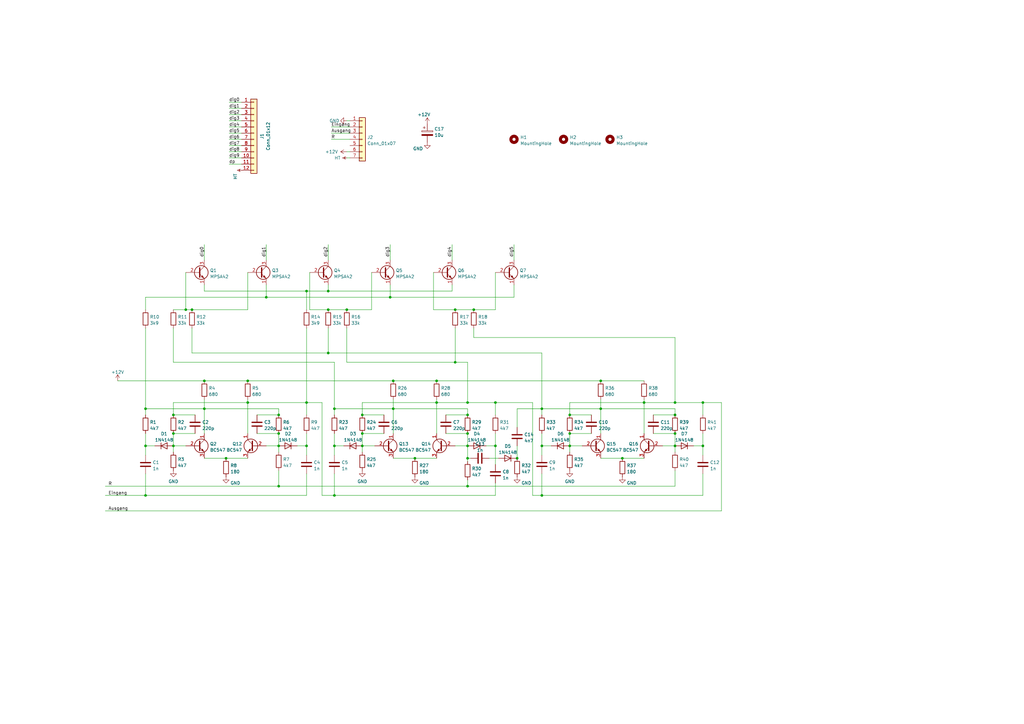
<source format=kicad_sch>
(kicad_sch (version 20211123) (generator eeschema)
  (paper "A3")
  (lib_symbols
    (symbol "Connector_Generic:Conn_01x07" (pin_names (offset 1.016) hide)
      (property "Reference" "J" (at 0 10.16 0))
      (property "Value" "Conn_01x07" (at 0 -10.16 0))
      (symbol "Conn_01x07_1_1"
        (rectangle (start -1.27 -7.493) (end 0 -7.747) (stroke (width 0.1524)))
        (rectangle (start -1.27 -4.953) (end 0 -5.207) (stroke (width 0.1524)))
        (rectangle (start -1.27 -2.413) (end 0 -2.667) (stroke (width 0.1524)))
        (rectangle (start -1.27 0.127) (end 0 -0.127) (stroke (width 0.1524)))
        (rectangle (start -1.27 2.667) (end 0 2.413) (stroke (width 0.1524)))
        (rectangle (start -1.27 5.207) (end 0 4.953) (stroke (width 0.1524)))
        (rectangle (start -1.27 7.747) (end 0 7.493) (stroke (width 0.1524)))
        (rectangle (start -1.27 8.89) (end 1.27 -8.89) (stroke (width 0.254)) (fill (type background)))
        (pin passive line (at -5.08 7.62 0) (length 3.81) (name "Pin_1") (number "1"))
        (pin passive line (at -5.08 5.08 0) (length 3.81) (name "Pin_2") (number "2"))
        (pin passive line (at -5.08 2.54 0) (length 3.81) (name "Pin_3") (number "3"))
        (pin passive line (at -5.08 0 0) (length 3.81) (name "Pin_4") (number "4"))
        (pin passive line (at -5.08 -2.54 0) (length 3.81) (name "Pin_5") (number "5"))
        (pin passive line (at -5.08 -5.08 0) (length 3.81) (name "Pin_6") (number "6"))
        (pin passive line (at -5.08 -7.62 0) (length 3.81) (name "Pin_7") (number "7"))
      )
    )
    (symbol "Connector_Generic:Conn_01x12" (pin_names (offset 1.016) hide)
      (property "Reference" "J" (at 0 15.24 0))
      (property "Value" "Conn_01x12" (at 0 -17.78 0))
      (symbol "Conn_01x12_1_1"
        (rectangle (start -1.27 -15.113) (end 0 -15.367) (stroke (width 0.1524)))
        (rectangle (start -1.27 -12.573) (end 0 -12.827) (stroke (width 0.1524)))
        (rectangle (start -1.27 -10.033) (end 0 -10.287) (stroke (width 0.1524)))
        (rectangle (start -1.27 -7.493) (end 0 -7.747) (stroke (width 0.1524)))
        (rectangle (start -1.27 -4.953) (end 0 -5.207) (stroke (width 0.1524)))
        (rectangle (start -1.27 -2.413) (end 0 -2.667) (stroke (width 0.1524)))
        (rectangle (start -1.27 0.127) (end 0 -0.127) (stroke (width 0.1524)))
        (rectangle (start -1.27 2.667) (end 0 2.413) (stroke (width 0.1524)))
        (rectangle (start -1.27 5.207) (end 0 4.953) (stroke (width 0.1524)))
        (rectangle (start -1.27 7.747) (end 0 7.493) (stroke (width 0.1524)))
        (rectangle (start -1.27 10.287) (end 0 10.033) (stroke (width 0.1524)))
        (rectangle (start -1.27 12.827) (end 0 12.573) (stroke (width 0.1524)))
        (rectangle (start -1.27 13.97) (end 1.27 -16.51) (stroke (width 0.254)) (fill (type background)))
        (pin passive line (at -5.08 12.7 0) (length 3.81) (name "Pin_1") (number "1"))
        (pin passive line (at -5.08 -10.16 0) (length 3.81) (name "Pin_10") (number "10"))
        (pin passive line (at -5.08 -12.7 0) (length 3.81) (name "Pin_11") (number "11"))
        (pin passive line (at -5.08 -15.24 0) (length 3.81) (name "Pin_12") (number "12"))
        (pin passive line (at -5.08 10.16 0) (length 3.81) (name "Pin_2") (number "2"))
        (pin passive line (at -5.08 7.62 0) (length 3.81) (name "Pin_3") (number "3"))
        (pin passive line (at -5.08 5.08 0) (length 3.81) (name "Pin_4") (number "4"))
        (pin passive line (at -5.08 2.54 0) (length 3.81) (name "Pin_5") (number "5"))
        (pin passive line (at -5.08 0 0) (length 3.81) (name "Pin_6") (number "6"))
        (pin passive line (at -5.08 -2.54 0) (length 3.81) (name "Pin_7") (number "7"))
        (pin passive line (at -5.08 -5.08 0) (length 3.81) (name "Pin_8") (number "8"))
        (pin passive line (at -5.08 -7.62 0) (length 3.81) (name "Pin_9") (number "9"))
      )
    )
    (symbol "Device:C" (pin_numbers hide) (pin_names (offset 0.254))
      (property "Reference" "C" (at 0.635 2.54 0))
      (property "Value" "C" (at 0.635 -2.54 0))
      (symbol "C_0_1"
        (polyline (pts (xy -2.032 -0.762) (xy 2.032 -0.762)) (stroke (width 0.508)))
        (polyline (pts (xy -2.032 0.762) (xy 2.032 0.762)) (stroke (width 0.508)))
      )
      (symbol "C_1_1"
        (pin passive line (at 0 3.81 270) (length 2.794) (name "~") (number "1"))
        (pin passive line (at 0 -3.81 90) (length 2.794) (name "~") (number "2"))
      )
    )
    (symbol "Device:C_Polarized" (pin_numbers hide) (pin_names (offset 0.254))
      (property "Reference" "C" (at 0.635 2.54 0))
      (property "Value" "C_Polarized" (at 0.635 -2.54 0))
      (symbol "C_Polarized_0_1"
        (rectangle (start -2.286 0.508) (end 2.286 1.016))
        (polyline (pts (xy -1.778 2.286) (xy -0.762 2.286)))
        (polyline (pts (xy -1.27 2.794) (xy -1.27 1.778)))
        (rectangle (start 2.286 -0.508) (end -2.286 -1.016) (fill (type outline)))
      )
      (symbol "C_Polarized_1_1"
        (pin passive line (at 0 3.81 270) (length 2.794) (name "~") (number "1"))
        (pin passive line (at 0 -3.81 90) (length 2.794) (name "~") (number "2"))
      )
    )
    (symbol "Device:R" (pin_numbers hide) (pin_names (offset 0))
      (property "Reference" "R" (at 2.032 0 90))
      (property "Value" "R" (at 0 0 90))
      (symbol "R_0_1"
        (rectangle (start -1.016 -2.54) (end 1.016 2.54) (stroke (width 0.254)))
      )
      (symbol "R_1_1"
        (pin passive line (at 0 3.81 270) (length 1.27) (name "~") (number "1"))
        (pin passive line (at 0 -3.81 90) (length 1.27) (name "~") (number "2"))
      )
    )
    (symbol "Diode:1N4148" (pin_numbers hide) (pin_names hide)
      (property "Reference" "D" (at 0 2.54 0))
      (property "Value" "1N4148" (at 0 -2.54 0))
      (symbol "1N4148_0_1"
        (polyline (pts (xy -1.27 1.27) (xy -1.27 -1.27)) (stroke (width 0.254)))
        (polyline (pts (xy 1.27 0) (xy -1.27 0)))
        (polyline (pts (xy 1.27 1.27) (xy 1.27 -1.27) (xy -1.27 0) (xy 1.27 1.27)) (stroke (width 0.254)))
      )
      (symbol "1N4148_1_1"
        (pin passive line (at -3.81 0 0) (length 2.54) (name "K") (number "1"))
        (pin passive line (at 3.81 0 180) (length 2.54) (name "A") (number "2"))
      )
    )
    (symbol "Mechanical:MountingHole" (pin_names (offset 1.016))
      (property "Reference" "H" (at 0 5.08 0))
      (property "Value" "MountingHole" (at 0 3.175 0))
      (symbol "MountingHole_0_1"
        (circle (center 0 0) (radius 1.27) (stroke (width 1.27)))
      )
    )
    (symbol "Transistor_BJT:BC547" (pin_names (offset 0) hide)
      (property "Reference" "Q" (at 5.08 1.905 0))
      (property "Value" "BC547" (at 5.08 0 0))
      (symbol "BC547_0_1"
        (polyline (pts (xy 0 0) (xy 0.635 0)))
        (polyline (pts (xy 0.635 0.635) (xy 2.54 2.54)))
        (polyline (pts (xy 0.635 -0.635) (xy 2.54 -2.54) (xy 2.54 -2.54)))
        (polyline (pts (xy 0.635 1.905) (xy 0.635 -1.905) (xy 0.635 -1.905)) (stroke (width 0.508)))
        (polyline (pts (xy 1.27 -1.778) (xy 1.778 -1.27) (xy 2.286 -2.286) (xy 1.27 -1.778) (xy 1.27 -1.778)) (fill (type outline)))
        (circle (center 1.27 0) (radius 2.8194) (stroke (width 0.254)))
      )
      (symbol "BC547_1_1"
        (pin passive line (at 2.54 5.08 270) (length 2.54) (name "C") (number "1"))
        (pin input line (at -5.08 0 0) (length 5.08) (name "B") (number "2"))
        (pin passive line (at 2.54 -5.08 90) (length 2.54) (name "E") (number "3"))
      )
    )
    (symbol "Transistor_BJT:MPSA42" (pin_names (offset 1.016) hide)
      (property "Reference" "Q" (at 5.08 1.905 0))
      (property "Value" "MPSA42" (at 5.08 0 0))
      (symbol "MPSA42_0_1"
        (polyline (pts (xy 0 0) (xy 0.635 0)))
        (polyline (pts (xy 0.635 0.635) (xy 2.54 2.54)))
        (polyline (pts (xy 0.635 -0.635) (xy 2.54 -2.54) (xy 2.54 -2.54)))
        (polyline (pts (xy 0.635 1.905) (xy 0.635 -1.905) (xy 0.635 -1.905)) (stroke (width 0.508)))
        (polyline (pts (xy 1.27 -1.778) (xy 1.778 -1.27) (xy 2.286 -2.286) (xy 1.27 -1.778) (xy 1.27 -1.778)) (fill (type outline)))
        (circle (center 1.27 0) (radius 2.8194) (stroke (width 0.254)))
      )
      (symbol "MPSA42_1_1"
        (pin passive line (at 2.54 -5.08 90) (length 2.54) (name "E") (number "1"))
        (pin input line (at -5.08 0 0) (length 5.08) (name "B") (number "2"))
        (pin passive line (at 2.54 5.08 270) (length 2.54) (name "C") (number "3"))
      )
    )
    (symbol "power:+12V" (power) (pin_names (offset 0))
      (property "Value" "+12V" (at 0 3.556 0))
      (symbol "+12V_0_1"
        (polyline (pts (xy -0.762 1.27) (xy 0 2.54)))
        (polyline (pts (xy 0 0) (xy 0 2.54)))
        (polyline (pts (xy 0 2.54) (xy 0.762 1.27)))
      )
      (symbol "+12V_1_1"
        (pin power_in line (at 0 0 90) (length 0) hide (name "+12V") (number "1"))
      )
    )
    (symbol "power:GND" (power) (pin_names (offset 0))
      (property "Value" "GND" (at 0 -3.81 0))
      (symbol "GND_0_1"
        (polyline (pts (xy 0 0) (xy 0 -1.27) (xy 1.27 -1.27) (xy 0 -2.54) (xy -1.27 -1.27) (xy 0 -1.27)))
      )
      (symbol "GND_1_1"
        (pin power_in line (at 0 0 270) (length 0) hide (name "GND") (number "1"))
      )
    )
    (symbol "power:HT" (power) (pin_names (offset 0))
      (property "Value" "HT" (at 0 2.286 0))
      (symbol "HT_0_0"
        (pin power_in line (at 0 0 90) (length 0) hide (name "HT") (number "1"))
      )
      (symbol "HT_0_1"
        (polyline (pts (xy 0 0) (xy 0 1.016) (xy 0 1.016)))
        (polyline (pts (xy 0 1.016) (xy 0.508 0.508) (xy 0 1.778) (xy -0.508 0.508) (xy 0 1.016) (xy 0 1.016)))
      )
    )
  )
  (junction (at 114.3 199.39))
  (junction (at 137.16 182.88))
  (junction (at 83.82 167.64))
  (junction (at 222.25 182.88))
  (junction (at 137.16 203.2))
  (junction (at 71.12 170.18))
  (junction (at 114.3 170.18))
  (junction (at 276.86 170.18))
  (junction (at 233.68 177.8))
  (junction (at 142.24 127))
  (junction (at 191.77 199.39))
  (junction (at 255.27 187.96))
  (junction (at 233.68 170.18))
  (junction (at 71.12 182.88))
  (junction (at 125.73 182.88))
  (junction (at 233.68 182.88))
  (junction (at 59.69 203.2))
  (junction (at 203.2 165.1))
  (junction (at 191.77 165.1))
  (junction (at 170.18 187.96))
  (junction (at 137.16 167.64))
  (junction (at 109.22 121.92))
  (junction (at 148.59 182.88))
  (junction (at 59.69 182.88))
  (junction (at 191.77 182.88))
  (junction (at 186.69 127))
  (junction (at 125.73 119.38))
  (junction (at 276.86 177.8))
  (junction (at 288.29 182.88))
  (junction (at 148.59 170.18))
  (junction (at 246.38 156.21))
  (junction (at 191.77 177.8))
  (junction (at 191.77 170.18))
  (junction (at 212.09 187.96))
  (junction (at 134.62 127))
  (junction (at 101.6 165.1))
  (junction (at 134.62 119.38))
  (junction (at 179.07 165.1))
  (junction (at 179.07 156.21))
  (junction (at 134.62 144.78))
  (junction (at 59.69 167.64))
  (junction (at 264.16 165.1))
  (junction (at 125.73 165.1))
  (junction (at 92.71 187.96))
  (junction (at 186.69 148.59))
  (junction (at 78.74 127))
  (junction (at 114.3 182.88))
  (junction (at 276.86 182.88))
  (junction (at 276.86 165.1))
  (junction (at 76.2 127))
  (junction (at 191.77 187.96))
  (junction (at 288.29 165.1))
  (junction (at 114.3 177.8))
  (junction (at 246.38 167.64))
  (junction (at 161.29 156.21))
  (junction (at 222.25 203.2))
  (junction (at 160.02 121.92))
  (junction (at 83.82 156.21))
  (junction (at 101.6 156.21))
  (junction (at 161.29 167.64))
  (junction (at 148.59 177.8))
  (junction (at 222.25 167.64))
  (junction (at 203.2 182.88))
  (junction (at 194.31 127))
  (junction (at 71.12 177.8))
  (wire (pts (xy 288.29 194.31) (xy 288.29 203.2)))
  (wire (pts (xy 134.62 144.78) (xy 134.62 134.62)))
  (wire (pts (xy 134.62 119.38) (xy 185.42 119.38)))
  (wire (pts (xy 222.25 144.78) (xy 222.25 167.64)))
  (wire (pts (xy 179.07 163.83) (xy 179.07 165.1)))
  (wire (pts (xy 288.29 177.8) (xy 288.29 182.88)))
  (wire (pts (xy 276.86 138.43) (xy 276.86 165.1)))
  (wire (pts (xy 203.2 182.88) (xy 203.2 190.5)))
  (wire (pts (xy 101.6 111.76) (xy 101.6 127)))
  (wire (pts (xy 71.12 127) (xy 76.2 127)))
  (wire (pts (xy 71.12 182.88) (xy 71.12 185.42)))
  (wire (pts (xy 99.06 67.31) (xy 93.98 67.31)))
  (wire (pts (xy 121.92 182.88) (xy 125.73 182.88)))
  (wire (pts (xy 71.12 177.8) (xy 71.12 182.88)))
  (wire (pts (xy 125.73 119.38) (xy 134.62 119.38)))
  (wire (pts (xy 233.68 177.8) (xy 233.68 182.88)))
  (wire (pts (xy 101.6 156.21) (xy 161.29 156.21)))
  (wire (pts (xy 83.82 167.64) (xy 83.82 177.8)))
  (wire (pts (xy 132.08 165.1) (xy 125.73 165.1)))
  (wire (pts (xy 148.59 177.8) (xy 157.48 177.8)))
  (wire (pts (xy 182.88 177.8) (xy 191.77 177.8)))
  (wire (pts (xy 222.25 182.88) (xy 222.25 186.69)))
  (wire (pts (xy 43.18 203.2) (xy 59.69 203.2)))
  (wire (pts (xy 233.68 170.18) (xy 242.57 170.18)))
  (wire (pts (xy 99.06 41.91) (xy 93.98 41.91)))
  (wire (pts (xy 160.02 121.92) (xy 210.82 121.92)))
  (wire (pts (xy 210.82 121.92) (xy 210.82 116.84)))
  (wire (pts (xy 246.38 167.64) (xy 246.38 177.8)))
  (wire (pts (xy 148.59 165.1) (xy 179.07 165.1)))
  (wire (pts (xy 114.3 177.8) (xy 114.3 182.88)))
  (wire (pts (xy 222.25 167.64) (xy 246.38 167.64)))
  (wire (pts (xy 59.69 177.8) (xy 59.69 182.88)))
  (wire (pts (xy 200.66 187.96) (xy 204.47 187.96)))
  (wire (pts (xy 148.59 177.8) (xy 148.59 182.88)))
  (wire (pts (xy 160.02 100.33) (xy 160.02 106.68)))
  (wire (pts (xy 99.06 49.53) (xy 93.98 49.53)))
  (wire (pts (xy 191.77 199.39) (xy 276.86 199.39)))
  (wire (pts (xy 233.68 177.8) (xy 242.57 177.8)))
  (wire (pts (xy 222.25 144.78) (xy 134.62 144.78)))
  (wire (pts (xy 191.77 148.59) (xy 186.69 148.59)))
  (wire (pts (xy 78.74 144.78) (xy 78.74 134.62)))
  (wire (pts (xy 191.77 177.8) (xy 191.77 182.88)))
  (wire (pts (xy 186.69 182.88) (xy 191.77 182.88)))
  (wire (pts (xy 125.73 182.88) (xy 125.73 186.69)))
  (wire (pts (xy 125.73 165.1) (xy 125.73 170.18)))
  (wire (pts (xy 59.69 127) (xy 59.69 121.92)))
  (wire (pts (xy 134.62 127) (xy 142.24 127)))
  (wire (pts (xy 99.06 44.45) (xy 93.98 44.45)))
  (wire (pts (xy 101.6 165.1) (xy 101.6 177.8)))
  (wire (pts (xy 212.09 182.88) (xy 212.09 187.96)))
  (wire (pts (xy 203.2 127) (xy 203.2 111.76)))
  (wire (pts (xy 182.88 170.18) (xy 191.77 170.18)))
  (wire (pts (xy 185.42 100.33) (xy 185.42 106.68)))
  (wire (pts (xy 83.82 156.21) (xy 101.6 156.21)))
  (wire (pts (xy 76.2 111.76) (xy 76.2 127)))
  (wire (pts (xy 83.82 167.64) (xy 114.3 167.64)))
  (wire (pts (xy 83.82 163.83) (xy 83.82 167.64)))
  (wire (pts (xy 43.18 199.39) (xy 114.3 199.39)))
  (wire (pts (xy 264.16 165.1) (xy 276.86 165.1)))
  (wire (pts (xy 222.25 177.8) (xy 222.25 182.88)))
  (wire (pts (xy 222.25 194.31) (xy 222.25 203.2)))
  (wire (pts (xy 71.12 177.8) (xy 80.01 177.8)))
  (wire (pts (xy 99.06 57.15) (xy 93.98 57.15)))
  (wire (pts (xy 99.06 64.77) (xy 93.98 64.77)))
  (wire (pts (xy 264.16 163.83) (xy 264.16 165.1)))
  (wire (pts (xy 179.07 165.1) (xy 191.77 165.1)))
  (wire (pts (xy 246.38 156.21) (xy 264.16 156.21)))
  (wire (pts (xy 203.2 177.8) (xy 203.2 182.88)))
  (wire (pts (xy 212.09 167.64) (xy 212.09 175.26)))
  (wire (pts (xy 127 127) (xy 134.62 127)))
  (wire (pts (xy 59.69 134.62) (xy 59.69 167.64)))
  (wire (pts (xy 276.86 177.8) (xy 276.86 182.88)))
  (wire (pts (xy 132.08 203.2) (xy 132.08 165.1)))
  (wire (pts (xy 109.22 182.88) (xy 114.3 182.88)))
  (wire (pts (xy 71.12 165.1) (xy 101.6 165.1)))
  (wire (pts (xy 233.68 182.88) (xy 238.76 182.88)))
  (wire (pts (xy 191.77 170.18) (xy 191.77 167.64)))
  (wire (pts (xy 233.68 170.18) (xy 233.68 165.1)))
  (wire (pts (xy 161.29 167.64) (xy 137.16 167.64)))
  (wire (pts (xy 191.77 182.88) (xy 191.77 187.96)))
  (wire (pts (xy 194.31 127) (xy 203.2 127)))
  (wire (pts (xy 137.16 194.31) (xy 137.16 203.2)))
  (wire (pts (xy 284.48 182.88) (xy 288.29 182.88)))
  (wire (pts (xy 194.31 134.62) (xy 194.31 138.43)))
  (wire (pts (xy 288.29 165.1) (xy 288.29 170.18)))
  (wire (pts (xy 99.06 54.61) (xy 93.98 54.61)))
  (wire (pts (xy 114.3 182.88) (xy 114.3 185.42)))
  (wire (pts (xy 218.44 165.1) (xy 218.44 203.2)))
  (wire (pts (xy 137.16 148.59) (xy 71.12 148.59)))
  (wire (pts (xy 99.06 59.69) (xy 93.98 59.69)))
  (wire (pts (xy 218.44 203.2) (xy 222.25 203.2)))
  (wire (pts (xy 276.86 182.88) (xy 276.86 185.42)))
  (wire (pts (xy 186.69 134.62) (xy 186.69 148.59)))
  (wire (pts (xy 135.89 54.61) (xy 143.51 54.61)))
  (wire (pts (xy 191.77 196.85) (xy 191.77 199.39)))
  (wire (pts (xy 134.62 144.78) (xy 78.74 144.78)))
  (wire (pts (xy 63.5 182.88) (xy 59.69 182.88)))
  (wire (pts (xy 255.27 187.96) (xy 264.16 187.96)))
  (wire (pts (xy 148.59 182.88) (xy 148.59 185.42)))
  (wire (pts (xy 191.77 165.1) (xy 203.2 165.1)))
  (wire (pts (xy 83.82 119.38) (xy 125.73 119.38)))
  (wire (pts (xy 125.73 134.62) (xy 125.73 165.1)))
  (wire (pts (xy 127 111.76) (xy 127 127)))
  (wire (pts (xy 101.6 165.1) (xy 125.73 165.1)))
  (wire (pts (xy 203.2 165.1) (xy 203.2 170.18)))
  (wire (pts (xy 148.59 182.88) (xy 153.67 182.88)))
  (wire (pts (xy 135.89 57.15) (xy 143.51 57.15)))
  (wire (pts (xy 160.02 121.92) (xy 109.22 121.92)))
  (wire (pts (xy 276.86 170.18) (xy 276.86 167.64)))
  (wire (pts (xy 137.16 182.88) (xy 137.16 186.69)))
  (wire (pts (xy 83.82 100.33) (xy 83.82 106.68)))
  (wire (pts (xy 233.68 182.88) (xy 233.68 185.42)))
  (wire (pts (xy 71.12 182.88) (xy 76.2 182.88)))
  (wire (pts (xy 222.25 167.64) (xy 222.25 170.18)))
  (wire (pts (xy 114.3 199.39) (xy 191.77 199.39)))
  (wire (pts (xy 288.29 165.1) (xy 295.91 165.1)))
  (wire (pts (xy 271.78 182.88) (xy 276.86 182.88)))
  (wire (pts (xy 137.16 203.2) (xy 203.2 203.2)))
  (wire (pts (xy 83.82 187.96) (xy 92.71 187.96)))
  (wire (pts (xy 161.29 187.96) (xy 170.18 187.96)))
  (wire (pts (xy 125.73 119.38) (xy 125.73 127)))
  (wire (pts (xy 226.06 182.88) (xy 222.25 182.88)))
  (wire (pts (xy 59.69 194.31) (xy 59.69 203.2)))
  (wire (pts (xy 142.24 148.59) (xy 142.24 134.62)))
  (wire (pts (xy 134.62 119.38) (xy 134.62 116.84)))
  (wire (pts (xy 179.07 156.21) (xy 246.38 156.21)))
  (wire (pts (xy 160.02 116.84) (xy 160.02 121.92)))
  (wire (pts (xy 161.29 163.83) (xy 161.29 167.64)))
  (wire (pts (xy 48.26 156.21) (xy 83.82 156.21)))
  (wire (pts (xy 246.38 187.96) (xy 255.27 187.96)))
  (wire (pts (xy 191.77 165.1) (xy 191.77 148.59)))
  (wire (pts (xy 99.06 62.23) (xy 93.98 62.23)))
  (wire (pts (xy 137.16 167.64) (xy 137.16 148.59)))
  (wire (pts (xy 142.24 62.23) (xy 143.51 62.23)))
  (wire (pts (xy 186.69 148.59) (xy 142.24 148.59)))
  (wire (pts (xy 71.12 170.18) (xy 80.01 170.18)))
  (wire (pts (xy 264.16 165.1) (xy 264.16 177.8)))
  (wire (pts (xy 222.25 203.2) (xy 288.29 203.2)))
  (wire (pts (xy 114.3 193.04) (xy 114.3 199.39)))
  (wire (pts (xy 101.6 163.83) (xy 101.6 165.1)))
  (wire (pts (xy 267.97 177.8) (xy 276.86 177.8)))
  (wire (pts (xy 276.86 165.1) (xy 288.29 165.1)))
  (wire (pts (xy 83.82 116.84) (xy 83.82 119.38)))
  (wire (pts (xy 152.4 127) (xy 152.4 111.76)))
  (wire (pts (xy 137.16 203.2) (xy 132.08 203.2)))
  (wire (pts (xy 203.2 198.12) (xy 203.2 203.2)))
  (wire (pts (xy 233.68 165.1) (xy 264.16 165.1)))
  (wire (pts (xy 210.82 100.33) (xy 210.82 106.68)))
  (wire (pts (xy 59.69 182.88) (xy 59.69 186.69)))
  (wire (pts (xy 43.18 209.55) (xy 295.91 209.55)))
  (wire (pts (xy 288.29 182.88) (xy 288.29 186.69)))
  (wire (pts (xy 161.29 167.64) (xy 161.29 177.8)))
  (wire (pts (xy 125.73 203.2) (xy 125.73 194.31)))
  (wire (pts (xy 114.3 170.18) (xy 114.3 167.64)))
  (wire (pts (xy 191.77 187.96) (xy 193.04 187.96)))
  (wire (pts (xy 295.91 165.1) (xy 295.91 209.55)))
  (wire (pts (xy 142.24 64.77) (xy 143.51 64.77)))
  (wire (pts (xy 109.22 121.92) (xy 109.22 116.84)))
  (wire (pts (xy 177.8 111.76) (xy 177.8 127)))
  (wire (pts (xy 92.71 187.96) (xy 101.6 187.96)))
  (wire (pts (xy 134.62 100.33) (xy 134.62 106.68)))
  (wire (pts (xy 246.38 163.83) (xy 246.38 167.64)))
  (wire (pts (xy 140.97 182.88) (xy 137.16 182.88)))
  (wire (pts (xy 267.97 170.18) (xy 276.86 170.18)))
  (wire (pts (xy 276.86 138.43) (xy 194.31 138.43)))
  (wire (pts (xy 71.12 148.59) (xy 71.12 134.62)))
  (wire (pts (xy 185.42 119.38) (xy 185.42 116.84)))
  (wire (pts (xy 186.69 127) (xy 194.31 127)))
  (wire (pts (xy 218.44 165.1) (xy 203.2 165.1)))
  (wire (pts (xy 276.86 193.04) (xy 276.86 199.39)))
  (wire (pts (xy 148.59 170.18) (xy 148.59 165.1)))
  (wire (pts (xy 71.12 170.18) (xy 71.12 165.1)))
  (wire (pts (xy 135.89 52.07) (xy 143.51 52.07)))
  (wire (pts (xy 125.73 177.8) (xy 125.73 182.88)))
  (wire (pts (xy 222.25 167.64) (xy 212.09 167.64)))
  (wire (pts (xy 161.29 167.64) (xy 191.77 167.64)))
  (wire (pts (xy 59.69 203.2) (xy 125.73 203.2)))
  (wire (pts (xy 177.8 127) (xy 186.69 127)))
  (wire (pts (xy 76.2 127) (xy 78.74 127)))
  (wire (pts (xy 161.29 156.21) (xy 179.07 156.21)))
  (wire (pts (xy 78.74 127) (xy 101.6 127)))
  (wire (pts (xy 179.07 165.1) (xy 179.07 177.8)))
  (wire (pts (xy 59.69 121.92) (xy 109.22 121.92)))
  (wire (pts (xy 137.16 177.8) (xy 137.16 182.88)))
  (wire (pts (xy 83.82 167.64) (xy 59.69 167.64)))
  (wire (pts (xy 148.59 170.18) (xy 157.48 170.18)))
  (wire (pts (xy 191.77 187.96) (xy 191.77 189.23)))
  (wire (pts (xy 109.22 100.33) (xy 109.22 106.68)))
  (wire (pts (xy 246.38 167.64) (xy 276.86 167.64)))
  (wire (pts (xy 59.69 167.64) (xy 59.69 170.18)))
  (wire (pts (xy 105.41 170.18) (xy 114.3 170.18)))
  (wire (pts (xy 99.06 46.99) (xy 93.98 46.99)))
  (wire (pts (xy 170.18 187.96) (xy 179.07 187.96)))
  (wire (pts (xy 142.24 49.53) (xy 143.51 49.53)))
  (wire (pts (xy 199.39 182.88) (xy 203.2 182.88)))
  (wire (pts (xy 99.06 52.07) (xy 93.98 52.07)))
  (wire (pts (xy 105.41 177.8) (xy 114.3 177.8)))
  (wire (pts (xy 137.16 167.64) (xy 137.16 170.18)))
  (wire (pts (xy 142.24 127) (xy 152.4 127)))
  (label "dig6" (at 93.98 57.15 0))
  (label "dig3" (at 160.02 105.41 90))
  (label "dig0" (at 83.82 105.41 90))
  (label "dig5" (at 210.82 105.41 90))
  (label "Ausgang" (at 135.89 54.61 0))
  (label "Eingang" (at 135.89 52.07 0))
  (label "dig0" (at 93.98 41.91 0))
  (label "dig4" (at 185.42 105.41 90))
  (label "R" (at 135.89 57.15 0))
  (label "dig7" (at 93.98 59.69 0))
  (label "Eingang" (at 44.45 203.2 0))
  (label "dig5" (at 93.98 54.61 0))
  (label "dig3" (at 93.98 49.53 0))
  (label "dig1" (at 93.98 44.45 0))
  (label "dig2" (at 134.62 105.41 90))
  (label "dig8" (at 93.98 62.23 0))
  (label "R" (at 44.45 199.39 0))
  (label "Ausgang" (at 44.45 209.55 0))
  (label "dig2" (at 93.98 46.99 0))
  (label "dig9" (at 93.98 64.77 0))
  (label "dig4" (at 93.98 52.07 0))
  (label "dig1" (at 109.22 105.41 90))
  (label "dp" (at 93.98 67.31 0))
  (symbol (lib_id "Transistor_BJT:MPSA42") (at 208.28 111.76 0) (unit 1)
    (property "Reference" "Q7" (at 213.1314 110.9253 0) (effects (justify left)))
    (property "Value" "MPSA42" (at 213.1314 113.4622 0) (effects (justify left)))
    (property "Footprint" "Package_TO_SOT_THT:TO-92_HandSolder" (effects hide))
    (property "Datasheet" "http://www.onsemi.com/pub_link/Collateral/MPSA42-D.PDF" (effects hide))
  )
  (symbol (lib_id "Device:R") (at 148.59 173.99 0) (unit 1)
    (property "Reference" "R24" (at 150.368 173.1553 0) (effects (justify left)))
    (property "Value" "4k7" (at 150.368 175.6922 0) (effects (justify left)))
    (property "Footprint" "Resistor_THT:R_Axial_DIN0207_L6.3mm_D2.5mm_P10.16mm_Horizontal" (effects hide))
  )
  (symbol (lib_id "Device:R") (at 114.3 189.23 0) (unit 1)
    (property "Reference" "R7" (at 116.078 188.3953 0) (effects (justify left)))
    (property "Value" "4k7" (at 116.078 190.9322 0) (effects (justify left)))
    (property "Footprint" "Resistor_THT:R_Axial_DIN0207_L6.3mm_D2.5mm_P10.16mm_Horizontal" (effects hide))
  )
  (symbol (lib_id "Device:C") (at 105.41 173.99 0) (unit 1)
    (property "Reference" "C3" (at 108.331 173.1553 0) (effects (justify left)))
    (property "Value" "220p" (at 108.331 175.6922 0) (effects (justify left)))
    (property "Footprint" "Capacitor_THT:C_Disc_D5.0mm_W2.5mm_P2.50mm" (effects hide))
  )
  (symbol (lib_id "Device:R") (at 83.82 160.02 0) (unit 1)
    (property "Reference" "R4" (at 85.598 159.1853 0) (effects (justify left)))
    (property "Value" "680" (at 85.598 161.7222 0) (effects (justify left)))
    (property "Footprint" "Resistor_THT:R_Axial_DIN0207_L6.3mm_D2.5mm_P10.16mm_Horizontal" (effects hide))
  )
  (symbol (lib_id "Mechanical:MountingHole") (at 231.14 57.15 0) (unit 1)
    (property "Reference" "H2" (at 233.68 56.3153 0) (effects (justify left)))
    (property "Value" "MountingHole" (at 233.68 58.8522 0) (effects (justify left)))
    (property "Footprint" "MountingHole:MountingHole_3.2mm_M3" (effects hide))
  )
  (symbol (lib_id "Transistor_BJT:BC547") (at 243.84 182.88 0) (unit 1)
    (property "Reference" "Q15" (at 248.6914 182.0453 0) (effects (justify left)))
    (property "Value" "BC547" (at 248.6914 184.5822 0) (effects (justify left)))
    (property "Footprint" "Package_TO_SOT_THT:TO-92_HandSolder" (effects hide))
    (property "Datasheet" "https://www.onsemi.com/pub/Collateral/BC550-D.pdf" (effects hide))
  )
  (symbol (lib_id "Transistor_BJT:BC547") (at 266.7 182.88 0) (mirror y) (unit 1)
    (property "Reference" "Q16" (at 261.8486 182.0453 0) (effects (justify left)))
    (property "Value" "BC547" (at 261.8486 184.5822 0) (effects (justify left)))
    (property "Footprint" "Package_TO_SOT_THT:TO-92_HandSolder" (effects hide))
    (property "Datasheet" "https://www.onsemi.com/pub/Collateral/BC550-D.pdf" (effects hide))
  )
  (symbol (lib_id "Device:R") (at 246.38 160.02 0) (unit 1)
    (property "Reference" "R36" (at 248.158 159.1853 0) (effects (justify left)))
    (property "Value" "680" (at 248.158 161.7222 0) (effects (justify left)))
    (property "Footprint" "Resistor_THT:R_Axial_DIN0207_L6.3mm_D2.5mm_P10.16mm_Horizontal" (effects hide))
  )
  (symbol (lib_id "Device:R") (at 71.12 173.99 0) (unit 1)
    (property "Reference" "R2" (at 72.898 173.1553 0) (effects (justify left)))
    (property "Value" "4k7" (at 72.898 175.6922 0) (effects (justify left)))
    (property "Footprint" "Resistor_THT:R_Axial_DIN0207_L6.3mm_D2.5mm_P10.16mm_Horizontal" (effects hide))
  )
  (symbol (lib_id "Device:C") (at 157.48 173.99 0) (unit 1)
    (property "Reference" "C6" (at 160.401 173.1553 0) (effects (justify left)))
    (property "Value" "220p" (at 160.401 175.6922 0) (effects (justify left)))
    (property "Footprint" "Capacitor_THT:C_Disc_D5.0mm_W2.5mm_P2.50mm" (effects hide))
  )
  (symbol (lib_id "Device:R") (at 71.12 189.23 0) (unit 1)
    (property "Reference" "R3" (at 72.898 188.3953 0) (effects (justify left)))
    (property "Value" "4k7" (at 72.898 190.9322 0) (effects (justify left)))
    (property "Footprint" "Resistor_THT:R_Axial_DIN0207_L6.3mm_D2.5mm_P10.16mm_Horizontal" (effects hide))
  )
  (symbol (lib_id "Device:C") (at 59.69 190.5 0) (unit 1)
    (property "Reference" "C1" (at 62.611 189.6653 0) (effects (justify left)))
    (property "Value" "1n" (at 62.611 192.2022 0) (effects (justify left)))
    (property "Footprint" "Capacitor_THT:C_Disc_D5.0mm_W2.5mm_P2.50mm" (effects hide))
  )
  (symbol (lib_id "Device:C") (at 267.97 173.99 0) (unit 1)
    (property "Reference" "C11" (at 270.891 173.1553 0) (effects (justify left)))
    (property "Value" "220p" (at 270.891 175.6922 0) (effects (justify left)))
    (property "Footprint" "Capacitor_THT:C_Disc_D5.0mm_W2.5mm_P2.50mm" (effects hide))
  )
  (symbol (lib_id "Device:R") (at 92.71 191.77 0) (unit 1)
    (property "Reference" "R8" (at 94.488 190.9353 0) (effects (justify left)))
    (property "Value" "180" (at 94.488 193.4722 0) (effects (justify left)))
    (property "Footprint" "Resistor_THT:R_Axial_DIN0207_L6.3mm_D2.5mm_P10.16mm_Horizontal" (effects hide))
  )
  (symbol (lib_id "Transistor_BJT:MPSA42") (at 182.88 111.76 0) (unit 1)
    (property "Reference" "Q6" (at 187.7314 110.9253 0) (effects (justify left)))
    (property "Value" "MPSA42" (at 187.7314 113.4622 0) (effects (justify left)))
    (property "Footprint" "Package_TO_SOT_THT:TO-92_HandSolder" (effects hide))
    (property "Datasheet" "http://www.onsemi.com/pub_link/Collateral/MPSA42-D.PDF" (effects hide))
  )
  (symbol (lib_id "Device:R") (at 125.73 130.81 0) (unit 1)
    (property "Reference" "R14" (at 127.508 129.9753 0) (effects (justify left)))
    (property "Value" "3k9" (at 127.508 132.5122 0) (effects (justify left)))
    (property "Footprint" "Resistor_THT:R_Axial_DIN0207_L6.3mm_D2.5mm_P10.16mm_Horizontal" (effects hide))
  )
  (symbol (lib_id "Device:R") (at 142.24 130.81 0) (unit 1)
    (property "Reference" "R16" (at 144.018 129.9753 0) (effects (justify left)))
    (property "Value" "33k" (at 144.018 132.5122 0) (effects (justify left)))
    (property "Footprint" "Resistor_THT:R_Axial_DIN0207_L6.3mm_D2.5mm_P10.16mm_Horizontal" (effects hide))
  )
  (symbol (lib_id "Device:R") (at 194.31 130.81 0) (unit 1)
    (property "Reference" "R18" (at 196.088 129.9753 0) (effects (justify left)))
    (property "Value" "33k" (at 196.088 132.5122 0) (effects (justify left)))
    (property "Footprint" "Resistor_THT:R_Axial_DIN0207_L6.3mm_D2.5mm_P10.16mm_Horizontal" (effects hide))
  )
  (symbol (lib_id "Device:R") (at 101.6 160.02 0) (unit 1)
    (property "Reference" "R5" (at 103.378 159.1853 0) (effects (justify left)))
    (property "Value" "680" (at 103.378 161.7222 0) (effects (justify left)))
    (property "Footprint" "Resistor_THT:R_Axial_DIN0207_L6.3mm_D2.5mm_P10.16mm_Horizontal" (effects hide))
  )
  (symbol (lib_id "Device:C") (at 196.85 187.96 90) (unit 1)
    (property "Reference" "C13" (at 196.85 182.1012 90))
    (property "Value" "1n" (at 196.85 184.6381 90))
    (property "Footprint" "Capacitor_THT:C_Disc_D5.0mm_W2.5mm_P2.50mm" (effects hide))
  )
  (symbol (lib_id "Diode:1N4148") (at 195.58 182.88 0) (mirror y) (unit 1)
    (property "Reference" "D4" (at 195.58 177.9102 0))
    (property "Value" "1N4148" (at 195.58 180.4471 0))
    (property "Footprint" "Diode_THT:D_DO-35_SOD27_P7.62mm_Horizontal" (effects hide))
    (property "Datasheet" "https://assets.nexperia.com/documents/data-sheet/1N4148_1N4448.pdf" (effects hide))
  )
  (symbol (lib_id "Device:R") (at 276.86 189.23 0) (unit 1)
    (property "Reference" "R40" (at 278.638 188.3953 0) (effects (justify left)))
    (property "Value" "4k7" (at 278.638 190.9322 0) (effects (justify left)))
    (property "Footprint" "Resistor_THT:R_Axial_DIN0207_L6.3mm_D2.5mm_P10.16mm_Horizontal" (effects hide))
  )
  (symbol (lib_id "power:HT") (at 99.06 69.85 90) (unit 1)
    (property "Reference" "#PWR0102" (effects hide))
    (property "Value" "HT" (at 96.52 72.39 0))
  )
  (symbol (lib_id "Device:R") (at 125.73 173.99 0) (unit 1)
    (property "Reference" "R9" (at 127.508 173.1553 0) (effects (justify left)))
    (property "Value" "4k7" (at 127.508 175.6922 0) (effects (justify left)))
    (property "Footprint" "Resistor_THT:R_Axial_DIN0207_L6.3mm_D2.5mm_P10.16mm_Horizontal" (effects hide))
  )
  (symbol (lib_id "power:GND") (at 255.27 195.58 0) (unit 1)
    (property "Reference" "#PWR0107" (effects hide))
    (property "Value" "GND" (at 259.08 198.12 0))
  )
  (symbol (lib_id "Transistor_BJT:BC547") (at 104.14 182.88 0) (mirror y) (unit 1)
    (property "Reference" "Q12" (at 99.2886 182.0453 0) (effects (justify left)))
    (property "Value" "BC547" (at 99.2886 184.5822 0) (effects (justify left)))
    (property "Footprint" "Package_TO_SOT_THT:TO-92_HandSolder" (effects hide))
    (property "Datasheet" "https://www.onsemi.com/pub/Collateral/BC550-D.pdf" (effects hide))
  )
  (symbol (lib_id "Connector_Generic:Conn_01x12") (at 104.14 54.61 0) (unit 1)
    (property "Reference" "J1" (at 107.4404 55.88 90))
    (property "Value" "Conn_01x12" (at 109.9773 55.88 90))
    (property "Footprint" "Connector_PinHeader_2.54mm:PinHeader_1x12_P2.54mm_Vertical" (effects hide))
  )
  (symbol (lib_id "power:HT") (at 142.24 64.77 90) (unit 1)
    (property "Reference" "#PWR0114" (effects hide))
    (property "Value" "HT" (at 138.43 64.77 90))
  )
  (symbol (lib_id "Device:R") (at 114.3 173.99 0) (unit 1)
    (property "Reference" "R6" (at 116.078 173.1553 0) (effects (justify left)))
    (property "Value" "4k7" (at 116.078 175.6922 0) (effects (justify left)))
    (property "Footprint" "Resistor_THT:R_Axial_DIN0207_L6.3mm_D2.5mm_P10.16mm_Horizontal" (effects hide))
  )
  (symbol (lib_id "power:GND") (at 233.68 193.04 0) (unit 1)
    (property "Reference" "#PWR0108" (effects hide))
    (property "Value" "GND" (at 233.68 197.4834 0))
  )
  (symbol (lib_id "Device:R") (at 161.29 160.02 0) (unit 1)
    (property "Reference" "R26" (at 163.068 159.1853 0) (effects (justify left)))
    (property "Value" "680" (at 163.068 161.7222 0) (effects (justify left)))
    (property "Footprint" "Resistor_THT:R_Axial_DIN0207_L6.3mm_D2.5mm_P10.16mm_Horizontal" (effects hide))
  )
  (symbol (lib_id "Device:R") (at 222.25 173.99 0) (unit 1)
    (property "Reference" "R33" (at 224.028 173.1553 0) (effects (justify left)))
    (property "Value" "4k7" (at 224.028 175.6922 0) (effects (justify left)))
    (property "Footprint" "Resistor_THT:R_Axial_DIN0207_L6.3mm_D2.5mm_P10.16mm_Horizontal" (effects hide))
  )
  (symbol (lib_id "Device:C_Polarized") (at 175.26 54.61 0) (unit 1)
    (property "Reference" "C17" (at 178.181 52.8863 0) (effects (justify left)))
    (property "Value" "10u" (at 178.181 55.4232 0) (effects (justify left)))
    (property "Footprint" "Capacitor_THT:CP_Radial_D5.0mm_P2.50mm" (effects hide))
  )
  (symbol (lib_id "Device:R") (at 71.12 130.81 0) (unit 1)
    (property "Reference" "R11" (at 72.898 129.9753 0) (effects (justify left)))
    (property "Value" "33k" (at 72.898 132.5122 0) (effects (justify left)))
    (property "Footprint" "Resistor_THT:R_Axial_DIN0207_L6.3mm_D2.5mm_P10.16mm_Horizontal" (effects hide))
  )
  (symbol (lib_id "Device:C") (at 80.01 173.99 0) (unit 1)
    (property "Reference" "C2" (at 82.931 173.1553 0) (effects (justify left)))
    (property "Value" "220p" (at 82.931 175.6922 0) (effects (justify left)))
    (property "Footprint" "Capacitor_THT:C_Disc_D5.0mm_W2.5mm_P2.50mm" (effects hide))
  )
  (symbol (lib_id "Device:R") (at 59.69 173.99 0) (unit 1)
    (property "Reference" "R1" (at 61.468 173.1553 0) (effects (justify left)))
    (property "Value" "4k7" (at 61.468 175.6922 0) (effects (justify left)))
    (property "Footprint" "Resistor_THT:R_Axial_DIN0207_L6.3mm_D2.5mm_P10.16mm_Horizontal" (effects hide))
  )
  (symbol (lib_id "Device:C") (at 203.2 194.31 0) (unit 1)
    (property "Reference" "C8" (at 206.121 193.4753 0) (effects (justify left)))
    (property "Value" "1n" (at 206.121 196.0122 0) (effects (justify left)))
    (property "Footprint" "Capacitor_THT:C_Disc_D5.0mm_W2.5mm_P2.50mm" (effects hide))
  )
  (symbol (lib_id "Device:C") (at 137.16 190.5 0) (unit 1)
    (property "Reference" "C5" (at 140.081 189.6653 0) (effects (justify left)))
    (property "Value" "1n" (at 140.081 192.2022 0) (effects (justify left)))
    (property "Footprint" "Capacitor_THT:C_Disc_D5.0mm_W2.5mm_P2.50mm" (effects hide))
  )
  (symbol (lib_id "Mechanical:MountingHole") (at 250.19 57.15 0) (unit 1)
    (property "Reference" "H3" (at 252.73 56.3153 0) (effects (justify left)))
    (property "Value" "MountingHole" (at 252.73 58.8522 0) (effects (justify left)))
    (property "Footprint" "MountingHole:MountingHole_3.2mm_M3" (effects hide))
  )
  (symbol (lib_id "Device:C") (at 182.88 173.99 0) (unit 1)
    (property "Reference" "C7" (at 185.801 173.1553 0) (effects (justify left)))
    (property "Value" "220p" (at 185.801 175.6922 0) (effects (justify left)))
    (property "Footprint" "Capacitor_THT:C_Disc_D5.0mm_W2.5mm_P2.50mm" (effects hide))
  )
  (symbol (lib_id "Diode:1N4148") (at 280.67 182.88 0) (mirror y) (unit 1)
    (property "Reference" "D7" (at 280.67 177.9102 0))
    (property "Value" "1N4148" (at 280.67 180.4471 0))
    (property "Footprint" "Diode_THT:D_DO-35_SOD27_P7.62mm_Horizontal" (effects hide))
    (property "Datasheet" "https://assets.nexperia.com/documents/data-sheet/1N4148_1N4448.pdf" (effects hide))
  )
  (symbol (lib_id "power:GND") (at 71.12 193.04 0) (unit 1)
    (property "Reference" "#PWR0103" (effects hide))
    (property "Value" "GND" (at 71.12 197.4834 0))
  )
  (symbol (lib_id "Device:R") (at 276.86 173.99 0) (unit 1)
    (property "Reference" "R39" (at 278.638 173.1553 0) (effects (justify left)))
    (property "Value" "4k7" (at 278.638 175.6922 0) (effects (justify left)))
    (property "Footprint" "Resistor_THT:R_Axial_DIN0207_L6.3mm_D2.5mm_P10.16mm_Horizontal" (effects hide))
  )
  (symbol (lib_id "Device:R") (at 59.69 130.81 0) (unit 1)
    (property "Reference" "R10" (at 61.468 129.9753 0) (effects (justify left)))
    (property "Value" "3k9" (at 61.468 132.5122 0) (effects (justify left)))
    (property "Footprint" "Resistor_THT:R_Axial_DIN0207_L6.3mm_D2.5mm_P10.16mm_Horizontal" (effects hide))
  )
  (symbol (lib_id "Device:R") (at 137.16 173.99 0) (unit 1)
    (property "Reference" "R23" (at 138.938 173.1553 0) (effects (justify left)))
    (property "Value" "4k7" (at 138.938 175.6922 0) (effects (justify left)))
    (property "Footprint" "Resistor_THT:R_Axial_DIN0207_L6.3mm_D2.5mm_P10.16mm_Horizontal" (effects hide))
  )
  (symbol (lib_id "Mechanical:MountingHole") (at 210.82 57.15 0) (unit 1)
    (property "Reference" "H1" (at 213.36 56.3153 0) (effects (justify left)))
    (property "Value" "MountingHole" (at 213.36 58.8522 0) (effects (justify left)))
    (property "Footprint" "MountingHole:MountingHole_3.2mm_M3" (effects hide))
  )
  (symbol (lib_id "Transistor_BJT:BC547") (at 181.61 182.88 0) (mirror y) (unit 1)
    (property "Reference" "Q14" (at 176.7586 182.0453 0) (effects (justify left)))
    (property "Value" "BC547" (at 176.7586 184.5822 0) (effects (justify left)))
    (property "Footprint" "Package_TO_SOT_THT:TO-92_HandSolder" (effects hide))
    (property "Datasheet" "https://www.onsemi.com/pub/Collateral/BC550-D.pdf" (effects hide))
  )
  (symbol (lib_id "Device:R") (at 170.18 191.77 0) (unit 1)
    (property "Reference" "R27" (at 171.958 190.9353 0) (effects (justify left)))
    (property "Value" "180" (at 171.958 193.4722 0) (effects (justify left)))
    (property "Footprint" "Resistor_THT:R_Axial_DIN0207_L6.3mm_D2.5mm_P10.16mm_Horizontal" (effects hide))
  )
  (symbol (lib_id "power:+12V") (at 142.24 62.23 90) (unit 1)
    (property "Reference" "#PWR0112" (effects hide))
    (property "Value" "+12V" (at 133.35 62.23 90) (effects (justify right)))
  )
  (symbol (lib_id "Diode:1N4148") (at 229.87 182.88 0) (unit 1)
    (property "Reference" "D6" (at 229.87 177.9102 0))
    (property "Value" "1N4148" (at 229.87 180.4471 0))
    (property "Footprint" "Diode_THT:D_DO-35_SOD27_P7.62mm_Horizontal" (effects hide))
    (property "Datasheet" "https://assets.nexperia.com/documents/data-sheet/1N4148_1N4448.pdf" (effects hide))
  )
  (symbol (lib_id "Device:C") (at 212.09 179.07 0) (unit 1)
    (property "Reference" "C14" (at 215.011 178.2353 0) (effects (justify left)))
    (property "Value" "4n7" (at 215.011 180.7722 0) (effects (justify left)))
    (property "Footprint" "Capacitor_THT:C_Disc_D5.0mm_W2.5mm_P2.50mm" (effects hide))
  )
  (symbol (lib_id "Device:C") (at 288.29 190.5 0) (unit 1)
    (property "Reference" "C12" (at 291.211 189.6653 0) (effects (justify left)))
    (property "Value" "1n" (at 291.211 192.2022 0) (effects (justify left)))
    (property "Footprint" "Capacitor_THT:C_Disc_D5.0mm_W2.5mm_P2.50mm" (effects hide))
  )
  (symbol (lib_id "Device:R") (at 191.77 193.04 0) (unit 1)
    (property "Reference" "R30" (at 193.548 192.2053 0) (effects (justify left)))
    (property "Value" "4k7" (at 193.548 194.7422 0) (effects (justify left)))
    (property "Footprint" "Resistor_THT:R_Axial_DIN0207_L6.3mm_D2.5mm_P10.16mm_Horizontal" (effects hide))
  )
  (symbol (lib_id "Device:R") (at 186.69 130.81 0) (unit 1)
    (property "Reference" "R17" (at 188.468 129.9753 0) (effects (justify left)))
    (property "Value" "33k" (at 188.468 132.5122 0) (effects (justify left)))
    (property "Footprint" "Resistor_THT:R_Axial_DIN0207_L6.3mm_D2.5mm_P10.16mm_Horizontal" (effects hide))
  )
  (symbol (lib_id "power:GND") (at 92.71 195.58 0) (unit 1)
    (property "Reference" "#PWR0104" (effects hide))
    (property "Value" "GND" (at 96.52 198.12 0))
  )
  (symbol (lib_id "Device:R") (at 134.62 130.81 0) (unit 1)
    (property "Reference" "R15" (at 136.398 129.9753 0) (effects (justify left)))
    (property "Value" "33k" (at 136.398 132.5122 0) (effects (justify left)))
    (property "Footprint" "Resistor_THT:R_Axial_DIN0207_L6.3mm_D2.5mm_P10.16mm_Horizontal" (effects hide))
  )
  (symbol (lib_id "power:GND") (at 170.18 195.58 0) (unit 1)
    (property "Reference" "#PWR0105" (effects hide))
    (property "Value" "GND" (at 173.99 198.12 0))
  )
  (symbol (lib_id "Transistor_BJT:BC547") (at 81.28 182.88 0) (unit 1)
    (property "Reference" "Q2" (at 86.1314 182.0453 0) (effects (justify left)))
    (property "Value" "BC547" (at 86.1314 184.5822 0) (effects (justify left)))
    (property "Footprint" "Package_TO_SOT_THT:TO-92_HandSolder" (effects hide))
    (property "Datasheet" "https://www.onsemi.com/pub/Collateral/BC550-D.pdf" (effects hide))
  )
  (symbol (lib_id "power:+12V") (at 48.26 156.21 0) (unit 1)
    (property "Reference" "#PWR0101" (effects hide))
    (property "Value" "+12V" (at 48.26 152.6342 0))
  )
  (symbol (lib_id "Device:C") (at 222.25 190.5 0) (unit 1)
    (property "Reference" "C9" (at 225.171 189.6653 0) (effects (justify left)))
    (property "Value" "1n" (at 225.171 192.2022 0) (effects (justify left)))
    (property "Footprint" "Capacitor_THT:C_Disc_D5.0mm_W2.5mm_P2.50mm" (effects hide))
  )
  (symbol (lib_id "Diode:1N4148") (at 118.11 182.88 0) (mirror y) (unit 1)
    (property "Reference" "D2" (at 118.11 177.9102 0))
    (property "Value" "1N4148" (at 118.11 180.4471 0))
    (property "Footprint" "Diode_THT:D_DO-35_SOD27_P7.62mm_Horizontal" (effects hide))
    (property "Datasheet" "https://assets.nexperia.com/documents/data-sheet/1N4148_1N4448.pdf" (effects hide))
  )
  (symbol (lib_id "Device:C") (at 125.73 190.5 0) (unit 1)
    (property "Reference" "C4" (at 128.651 189.6653 0) (effects (justify left)))
    (property "Value" "1n" (at 128.651 192.2022 0) (effects (justify left)))
    (property "Footprint" "Capacitor_THT:C_Disc_D5.0mm_W2.5mm_P2.50mm" (effects hide))
  )
  (symbol (lib_id "Transistor_BJT:MPSA42") (at 157.48 111.76 0) (unit 1)
    (property "Reference" "Q5" (at 162.3314 110.9253 0) (effects (justify left)))
    (property "Value" "MPSA42" (at 162.3314 113.4622 0) (effects (justify left)))
    (property "Footprint" "Package_TO_SOT_THT:TO-92_HandSolder" (effects hide))
    (property "Datasheet" "http://www.onsemi.com/pub_link/Collateral/MPSA42-D.PDF" (effects hide))
  )
  (symbol (lib_id "Connector_Generic:Conn_01x07") (at 148.59 57.15 0) (unit 1)
    (property "Reference" "J2" (at 150.622 56.3153 0) (effects (justify left)))
    (property "Value" "Conn_01x07" (at 150.622 58.8522 0) (effects (justify left)))
    (property "Footprint" "TerminalBlock_Phoenix:TerminalBlock_Phoenix_MKDS-3-7-5.08_1x07_P5.08mm_Horizontal" (effects hide))
  )
  (symbol (lib_id "power:GND") (at 212.09 195.58 0) (unit 1)
    (property "Reference" "#PWR0109" (effects hide))
    (property "Value" "GND" (at 215.9 198.12 0))
  )
  (symbol (lib_id "Device:R") (at 212.09 191.77 0) (unit 1)
    (property "Reference" "R32" (at 213.868 190.9353 0) (effects (justify left)))
    (property "Value" "4k7" (at 213.868 193.4722 0) (effects (justify left)))
    (property "Footprint" "Resistor_THT:R_Axial_DIN0207_L6.3mm_D2.5mm_P10.16mm_Horizontal" (effects hide))
  )
  (symbol (lib_id "Device:R") (at 255.27 191.77 0) (unit 1)
    (property "Reference" "R37" (at 257.048 190.9353 0) (effects (justify left)))
    (property "Value" "180" (at 257.048 193.4722 0) (effects (justify left)))
    (property "Footprint" "Resistor_THT:R_Axial_DIN0207_L6.3mm_D2.5mm_P10.16mm_Horizontal" (effects hide))
  )
  (symbol (lib_id "Device:R") (at 78.74 130.81 0) (unit 1)
    (property "Reference" "R12" (at 80.518 129.9753 0) (effects (justify left)))
    (property "Value" "33k" (at 80.518 132.5122 0) (effects (justify left)))
    (property "Footprint" "Resistor_THT:R_Axial_DIN0207_L6.3mm_D2.5mm_P10.16mm_Horizontal" (effects hide))
  )
  (symbol (lib_id "power:GND") (at 175.26 58.42 0) (unit 1)
    (property "Reference" "#PWR0113" (effects hide))
    (property "Value" "GND" (at 171.45 60.96 0))
  )
  (symbol (lib_id "Device:R") (at 233.68 189.23 0) (unit 1)
    (property "Reference" "R35" (at 235.458 188.3953 0) (effects (justify left)))
    (property "Value" "4k7" (at 235.458 190.9322 0) (effects (justify left)))
    (property "Footprint" "Resistor_THT:R_Axial_DIN0207_L6.3mm_D2.5mm_P10.16mm_Horizontal" (effects hide))
  )
  (symbol (lib_id "Transistor_BJT:MPSA42") (at 132.08 111.76 0) (unit 1)
    (property "Reference" "Q4" (at 136.9314 110.9253 0) (effects (justify left)))
    (property "Value" "MPSA42" (at 136.9314 113.4622 0) (effects (justify left)))
    (property "Footprint" "Package_TO_SOT_THT:TO-92_HandSolder" (effects hide))
    (property "Datasheet" "http://www.onsemi.com/pub_link/Collateral/MPSA42-D.PDF" (effects hide))
  )
  (symbol (lib_id "Diode:1N4148") (at 144.78 182.88 0) (unit 1)
    (property "Reference" "D3" (at 144.78 177.9102 0))
    (property "Value" "1N4148" (at 144.78 180.4471 0))
    (property "Footprint" "Diode_THT:D_DO-35_SOD27_P7.62mm_Horizontal" (effects hide))
    (property "Datasheet" "https://assets.nexperia.com/documents/data-sheet/1N4148_1N4448.pdf" (effects hide))
  )
  (symbol (lib_id "Device:R") (at 203.2 173.99 0) (unit 1)
    (property "Reference" "R31" (at 204.978 173.1553 0) (effects (justify left)))
    (property "Value" "4k7" (at 204.978 175.6922 0) (effects (justify left)))
    (property "Footprint" "Resistor_THT:R_Axial_DIN0207_L6.3mm_D2.5mm_P10.16mm_Horizontal" (effects hide))
  )
  (symbol (lib_id "Transistor_BJT:BC547") (at 158.75 182.88 0) (unit 1)
    (property "Reference" "Q13" (at 163.6014 182.0453 0) (effects (justify left)))
    (property "Value" "BC547" (at 163.6014 184.5822 0) (effects (justify left)))
    (property "Footprint" "Package_TO_SOT_THT:TO-92_HandSolder" (effects hide))
    (property "Datasheet" "https://www.onsemi.com/pub/Collateral/BC550-D.pdf" (effects hide))
  )
  (symbol (lib_id "power:GND") (at 148.59 193.04 0) (unit 1)
    (property "Reference" "#PWR0106" (effects hide))
    (property "Value" "GND" (at 148.59 197.4834 0))
  )
  (symbol (lib_id "Device:R") (at 233.68 173.99 0) (unit 1)
    (property "Reference" "R34" (at 235.458 173.1553 0) (effects (justify left)))
    (property "Value" "4k7" (at 235.458 175.6922 0) (effects (justify left)))
    (property "Footprint" "Resistor_THT:R_Axial_DIN0207_L6.3mm_D2.5mm_P10.16mm_Horizontal" (effects hide))
  )
  (symbol (lib_id "Diode:1N4148") (at 208.28 187.96 0) (mirror y) (unit 1)
    (property "Reference" "D5" (at 208.28 182.9902 0))
    (property "Value" "1N4148" (at 208.28 185.5271 0))
    (property "Footprint" "Diode_THT:D_DO-35_SOD27_P7.62mm_Horizontal" (effects hide))
    (property "Datasheet" "https://assets.nexperia.com/documents/data-sheet/1N4148_1N4448.pdf" (effects hide))
  )
  (symbol (lib_id "Transistor_BJT:MPSA42") (at 106.68 111.76 0) (unit 1)
    (property "Reference" "Q3" (at 111.5314 110.9253 0) (effects (justify left)))
    (property "Value" "MPSA42" (at 111.5314 113.4622 0) (effects (justify left)))
    (property "Footprint" "Package_TO_SOT_THT:TO-92_HandSolder" (effects hide))
    (property "Datasheet" "http://www.onsemi.com/pub_link/Collateral/MPSA42-D.PDF" (effects hide))
  )
  (symbol (lib_id "Transistor_BJT:MPSA42") (at 81.28 111.76 0) (unit 1)
    (property "Reference" "Q1" (at 86.1314 110.9253 0) (effects (justify left)))
    (property "Value" "MPSA42" (at 86.1314 113.4622 0) (effects (justify left)))
    (property "Footprint" "Package_TO_SOT_THT:TO-92_HandSolder" (effects hide))
    (property "Datasheet" "http://www.onsemi.com/pub_link/Collateral/MPSA42-D.PDF" (effects hide))
  )
  (symbol (lib_id "Device:R") (at 179.07 160.02 0) (unit 1)
    (property "Reference" "R28" (at 180.848 159.1853 0) (effects (justify left)))
    (property "Value" "680" (at 180.848 161.7222 0) (effects (justify left)))
    (property "Footprint" "Resistor_THT:R_Axial_DIN0207_L6.3mm_D2.5mm_P10.16mm_Horizontal" (effects hide))
  )
  (symbol (lib_id "power:+12V") (at 175.26 50.8 0) (unit 1)
    (property "Reference" "#PWR0115" (effects hide))
    (property "Value" "+12V" (at 176.53 46.99 0) (effects (justify right)))
  )
  (symbol (lib_id "power:GND") (at 142.24 49.53 270) (unit 1)
    (property "Reference" "#PWR0111" (effects hide))
    (property "Value" "GND" (at 137.16 49.53 90))
  )
  (symbol (lib_id "Device:C") (at 242.57 173.99 0) (unit 1)
    (property "Reference" "C10" (at 245.491 173.1553 0) (effects (justify left)))
    (property "Value" "220p" (at 245.491 175.6922 0) (effects (justify left)))
    (property "Footprint" "Capacitor_THT:C_Disc_D5.0mm_W2.5mm_P2.50mm" (effects hide))
  )
  (symbol (lib_id "Device:R") (at 288.29 173.99 0) (unit 1)
    (property "Reference" "R41" (at 290.068 173.1553 0) (effects (justify left)))
    (property "Value" "4k7" (at 290.068 175.6922 0) (effects (justify left)))
    (property "Footprint" "Resistor_THT:R_Axial_DIN0207_L6.3mm_D2.5mm_P10.16mm_Horizontal" (effects hide))
  )
  (symbol (lib_id "Diode:1N4148") (at 67.31 182.88 0) (unit 1)
    (property "Reference" "D1" (at 67.31 177.9102 0))
    (property "Value" "1N4148" (at 67.31 180.4471 0))
    (property "Footprint" "Diode_THT:D_DO-35_SOD27_P7.62mm_Horizontal" (effects hide))
    (property "Datasheet" "https://assets.nexperia.com/documents/data-sheet/1N4148_1N4448.pdf" (effects hide))
  )
  (symbol (lib_id "Device:R") (at 191.77 173.99 0) (unit 1)
    (property "Reference" "R29" (at 193.548 173.1553 0) (effects (justify left)))
    (property "Value" "4k7" (at 193.548 175.6922 0) (effects (justify left)))
    (property "Footprint" "Resistor_THT:R_Axial_DIN0207_L6.3mm_D2.5mm_P10.16mm_Horizontal" (effects hide))
  )
  (symbol (lib_id "Device:R") (at 264.16 160.02 0) (unit 1)
    (property "Reference" "R38" (at 265.938 159.1853 0) (effects (justify left)))
    (property "Value" "680" (at 265.938 161.7222 0) (effects (justify left)))
    (property "Footprint" "Resistor_THT:R_Axial_DIN0207_L6.3mm_D2.5mm_P10.16mm_Horizontal" (effects hide))
  )
  (symbol (lib_id "Device:R") (at 148.59 189.23 0) (unit 1)
    (property "Reference" "R25" (at 150.368 188.3953 0) (effects (justify left)))
    (property "Value" "4k7" (at 150.368 190.9322 0) (effects (justify left)))
    (property "Footprint" "Resistor_THT:R_Axial_DIN0207_L6.3mm_D2.5mm_P10.16mm_Horizontal" (effects hide))
  )
)
</source>
